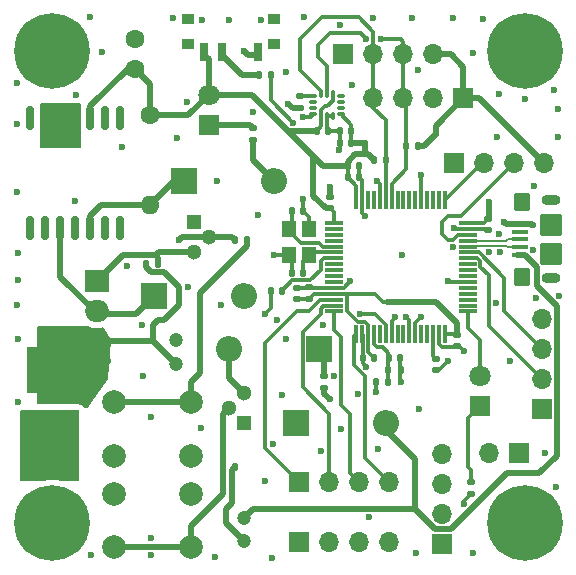
<source format=gbr>
%TF.GenerationSoftware,KiCad,Pcbnew,8.0.7*%
%TF.CreationDate,2025-07-22T17:47:17-04:00*%
%TF.ProjectId,Drone Motherboared,44726f6e-6520-44d6-9f74-686572626f61,rev?*%
%TF.SameCoordinates,Original*%
%TF.FileFunction,Copper,L1,Top*%
%TF.FilePolarity,Positive*%
%FSLAX46Y46*%
G04 Gerber Fmt 4.6, Leading zero omitted, Abs format (unit mm)*
G04 Created by KiCad (PCBNEW 8.0.7) date 2025-07-22 17:47:17*
%MOMM*%
%LPD*%
G01*
G04 APERTURE LIST*
G04 Aperture macros list*
%AMRoundRect*
0 Rectangle with rounded corners*
0 $1 Rounding radius*
0 $2 $3 $4 $5 $6 $7 $8 $9 X,Y pos of 4 corners*
0 Add a 4 corners polygon primitive as box body*
4,1,4,$2,$3,$4,$5,$6,$7,$8,$9,$2,$3,0*
0 Add four circle primitives for the rounded corners*
1,1,$1+$1,$2,$3*
1,1,$1+$1,$4,$5*
1,1,$1+$1,$6,$7*
1,1,$1+$1,$8,$9*
0 Add four rect primitives between the rounded corners*
20,1,$1+$1,$2,$3,$4,$5,0*
20,1,$1+$1,$4,$5,$6,$7,0*
20,1,$1+$1,$6,$7,$8,$9,0*
20,1,$1+$1,$8,$9,$2,$3,0*%
G04 Aperture macros list end*
%TA.AperFunction,SMDPad,CuDef*%
%ADD10R,4.000000X4.000000*%
%TD*%
%TA.AperFunction,SMDPad,CuDef*%
%ADD11R,1.200000X1.400000*%
%TD*%
%TA.AperFunction,SMDPad,CuDef*%
%ADD12RoundRect,0.087500X-0.087500X-0.225000X0.087500X-0.225000X0.087500X0.225000X-0.087500X0.225000X0*%
%TD*%
%TA.AperFunction,SMDPad,CuDef*%
%ADD13RoundRect,0.087500X-0.225000X-0.087500X0.225000X-0.087500X0.225000X0.087500X-0.225000X0.087500X0*%
%TD*%
%TA.AperFunction,SMDPad,CuDef*%
%ADD14RoundRect,0.075000X-0.700000X-0.075000X0.700000X-0.075000X0.700000X0.075000X-0.700000X0.075000X0*%
%TD*%
%TA.AperFunction,SMDPad,CuDef*%
%ADD15RoundRect,0.075000X-0.075000X-0.700000X0.075000X-0.700000X0.075000X0.700000X-0.075000X0.700000X0*%
%TD*%
%TA.AperFunction,SMDPad,CuDef*%
%ADD16RoundRect,0.150000X-0.150000X0.875000X-0.150000X-0.875000X0.150000X-0.875000X0.150000X0.875000X0*%
%TD*%
%TA.AperFunction,SMDPad,CuDef*%
%ADD17R,0.711200X1.498600*%
%TD*%
%TA.AperFunction,SMDPad,CuDef*%
%ADD18R,0.990600X0.812800*%
%TD*%
%TA.AperFunction,ComponentPad*%
%ADD19C,2.000000*%
%TD*%
%TA.AperFunction,SMDPad,CuDef*%
%ADD20RoundRect,0.135000X-0.185000X0.135000X-0.185000X-0.135000X0.185000X-0.135000X0.185000X0.135000X0*%
%TD*%
%TA.AperFunction,SMDPad,CuDef*%
%ADD21RoundRect,0.135000X0.135000X0.185000X-0.135000X0.185000X-0.135000X-0.185000X0.135000X-0.185000X0*%
%TD*%
%TA.AperFunction,SMDPad,CuDef*%
%ADD22RoundRect,0.135000X-0.135000X-0.185000X0.135000X-0.185000X0.135000X0.185000X-0.135000X0.185000X0*%
%TD*%
%TA.AperFunction,SMDPad,CuDef*%
%ADD23RoundRect,0.135000X0.185000X-0.135000X0.185000X0.135000X-0.185000X0.135000X-0.185000X-0.135000X0*%
%TD*%
%TA.AperFunction,ComponentPad*%
%ADD24O,2.000000X1.905000*%
%TD*%
%TA.AperFunction,ComponentPad*%
%ADD25R,2.000000X1.905000*%
%TD*%
%TA.AperFunction,ComponentPad*%
%ADD26C,1.300000*%
%TD*%
%TA.AperFunction,ComponentPad*%
%ADD27R,1.300000X1.300000*%
%TD*%
%TA.AperFunction,ComponentPad*%
%ADD28O,1.600000X1.600000*%
%TD*%
%TA.AperFunction,ComponentPad*%
%ADD29C,1.600000*%
%TD*%
%TA.AperFunction,SMDPad,CuDef*%
%ADD30RoundRect,0.100000X0.575000X-0.100000X0.575000X0.100000X-0.575000X0.100000X-0.575000X-0.100000X0*%
%TD*%
%TA.AperFunction,ComponentPad*%
%ADD31O,1.600000X0.900000*%
%TD*%
%TA.AperFunction,SMDPad,CuDef*%
%ADD32RoundRect,0.250000X0.450000X-0.550000X0.450000X0.550000X-0.450000X0.550000X-0.450000X-0.550000X0*%
%TD*%
%TA.AperFunction,SMDPad,CuDef*%
%ADD33RoundRect,0.250000X0.700000X-0.700000X0.700000X0.700000X-0.700000X0.700000X-0.700000X-0.700000X0*%
%TD*%
%TA.AperFunction,ComponentPad*%
%ADD34O,1.700000X1.700000*%
%TD*%
%TA.AperFunction,ComponentPad*%
%ADD35R,1.700000X1.700000*%
%TD*%
%TA.AperFunction,ComponentPad*%
%ADD36C,6.400000*%
%TD*%
%TA.AperFunction,ComponentPad*%
%ADD37R,1.800000X1.800000*%
%TD*%
%TA.AperFunction,ComponentPad*%
%ADD38C,1.800000*%
%TD*%
%TA.AperFunction,ComponentPad*%
%ADD39O,2.200000X2.200000*%
%TD*%
%TA.AperFunction,ComponentPad*%
%ADD40R,2.200000X2.200000*%
%TD*%
%TA.AperFunction,ComponentPad*%
%ADD41C,1.200000*%
%TD*%
%TA.AperFunction,SMDPad,CuDef*%
%ADD42RoundRect,0.140000X-0.140000X-0.170000X0.140000X-0.170000X0.140000X0.170000X-0.140000X0.170000X0*%
%TD*%
%TA.AperFunction,SMDPad,CuDef*%
%ADD43RoundRect,0.140000X-0.170000X0.140000X-0.170000X-0.140000X0.170000X-0.140000X0.170000X0.140000X0*%
%TD*%
%TA.AperFunction,SMDPad,CuDef*%
%ADD44RoundRect,0.140000X0.140000X0.170000X-0.140000X0.170000X-0.140000X-0.170000X0.140000X-0.170000X0*%
%TD*%
%TA.AperFunction,SMDPad,CuDef*%
%ADD45RoundRect,0.140000X0.170000X-0.140000X0.170000X0.140000X-0.170000X0.140000X-0.170000X-0.140000X0*%
%TD*%
%TA.AperFunction,ViaPad*%
%ADD46C,0.600000*%
%TD*%
%TA.AperFunction,Conductor*%
%ADD47C,0.300000*%
%TD*%
%TA.AperFunction,Conductor*%
%ADD48C,0.500000*%
%TD*%
%TA.AperFunction,Conductor*%
%ADD49C,0.200000*%
%TD*%
G04 APERTURE END LIST*
D10*
%TO.P,TP2,1,1*%
%TO.N,GND*%
X159800000Y-102000000D03*
%TD*%
D11*
%TO.P,Y1,4,4*%
%TO.N,GND*%
X181750000Y-84600000D03*
%TO.P,Y1,3,3*%
%TO.N,/RCC_OSC_OUT*%
X181750000Y-86800000D03*
%TO.P,Y1,2,2*%
%TO.N,GND*%
X180050000Y-86800000D03*
%TO.P,Y1,1,1*%
%TO.N,/RCC_OSC_IN*%
X180050000Y-84600000D03*
%TD*%
D12*
%TO.P,U3,14,AP_SDA/AP_SDIO/APSDI*%
%TO.N,/SDA*%
X182790000Y-73175000D03*
%TO.P,U3,13,AP_SCL/AP_SCLK*%
%TO.N,/SCL*%
X183290000Y-73175000D03*
%TO.P,U3,12,AP_CS*%
%TO.N,+3.3V*%
X183790000Y-73175000D03*
D13*
%TO.P,U3,11*%
%TO.N,N/C*%
X184452500Y-73337500D03*
%TO.P,U3,10*%
X184452500Y-73837500D03*
%TO.P,U3,9,INT2*%
%TO.N,unconnected-(U3-INT2-Pad9)*%
X184452500Y-74337500D03*
%TO.P,U3,8,VDD*%
%TO.N,+3.3V*%
X184452500Y-74837500D03*
D12*
%TO.P,U3,7,FSYNC*%
%TO.N,GND*%
X183790000Y-75000000D03*
%TO.P,U3,6,GND*%
X183290000Y-75000000D03*
%TO.P,U3,5,VDDIO*%
%TO.N,+3.3V*%
X182790000Y-75000000D03*
D13*
%TO.P,U3,4,INT1/INT*%
%TO.N,/IMU_R*%
X182127500Y-74837500D03*
%TO.P,U3,3*%
%TO.N,N/C*%
X182127500Y-74337500D03*
%TO.P,U3,2*%
X182127500Y-73837500D03*
%TO.P,U3,1,AP_SDO/AP_AD0*%
%TO.N,/AD0*%
X182127500Y-73337500D03*
%TD*%
D14*
%TO.P,U2,1,VBAT*%
%TO.N,+3.3V*%
X183825000Y-84050000D03*
%TO.P,U2,2,PC13*%
%TO.N,unconnected-(U2-PC13-Pad2)*%
X183825000Y-84550000D03*
%TO.P,U2,3,PC14*%
%TO.N,unconnected-(U2-PC14-Pad3)*%
X183825000Y-85050000D03*
%TO.P,U2,4,PC15*%
%TO.N,unconnected-(U2-PC15-Pad4)*%
X183825000Y-85550000D03*
%TO.P,U2,5,PH0*%
%TO.N,/RCC_OSC_IN*%
X183825000Y-86050000D03*
%TO.P,U2,6,PH1*%
%TO.N,/RCC_OSC_OUT*%
X183825000Y-86550000D03*
%TO.P,U2,7,NRST*%
%TO.N,/NRST*%
X183825000Y-87050000D03*
%TO.P,U2,8,PC0*%
%TO.N,unconnected-(U2-PC0-Pad8)*%
X183825000Y-87550000D03*
%TO.P,U2,9,PC1*%
%TO.N,unconnected-(U2-PC1-Pad9)*%
X183825000Y-88050000D03*
%TO.P,U2,10,PC2*%
%TO.N,unconnected-(U2-PC2-Pad10)*%
X183825000Y-88550000D03*
%TO.P,U2,11,PC3*%
%TO.N,unconnected-(U2-PC3-Pad11)*%
X183825000Y-89050000D03*
%TO.P,U2,12,VSSA*%
%TO.N,GND*%
X183825000Y-89550000D03*
%TO.P,U2,13,VREF+*%
%TO.N,+3.3V*%
X183825000Y-90050000D03*
%TO.P,U2,14,PA0*%
%TO.N,/PWM_1*%
X183825000Y-90550000D03*
%TO.P,U2,15,PA1*%
%TO.N,/PWM_2*%
X183825000Y-91050000D03*
%TO.P,U2,16,PA2*%
%TO.N,/PWM_3*%
X183825000Y-91550000D03*
D15*
%TO.P,U2,17,PA3*%
%TO.N,/PWM_4*%
X185750000Y-93475000D03*
%TO.P,U2,18,VSS*%
%TO.N,GND*%
X186250000Y-93475000D03*
%TO.P,U2,19,VDD*%
%TO.N,+3.3V*%
X186750000Y-93475000D03*
%TO.P,U2,20,PA4*%
%TO.N,/BATT_IN*%
X187250000Y-93475000D03*
%TO.P,U2,21,PA5*%
%TO.N,unconnected-(U2-PA5-Pad21)*%
X187750000Y-93475000D03*
%TO.P,U2,22,PA6*%
%TO.N,/SIG_1*%
X188250000Y-93475000D03*
%TO.P,U2,23,PA7*%
%TO.N,/SIG_2*%
X188750000Y-93475000D03*
%TO.P,U2,24,PC4*%
%TO.N,unconnected-(U2-PC4-Pad24)*%
X189250000Y-93475000D03*
%TO.P,U2,25,PC5*%
%TO.N,unconnected-(U2-PC5-Pad25)*%
X189750000Y-93475000D03*
%TO.P,U2,26,PB0*%
%TO.N,/SIG_3*%
X190250000Y-93475000D03*
%TO.P,U2,27,PB1*%
%TO.N,/SIG_4*%
X190750000Y-93475000D03*
%TO.P,U2,28,PB2*%
%TO.N,unconnected-(U2-PB2-Pad28)*%
X191250000Y-93475000D03*
%TO.P,U2,29,PB10*%
%TO.N,unconnected-(U2-PB10-Pad29)*%
X191750000Y-93475000D03*
%TO.P,U2,30,VCAP1*%
%TO.N,/VCAP*%
X192250000Y-93475000D03*
%TO.P,U2,31,VSS*%
%TO.N,GND*%
X192750000Y-93475000D03*
%TO.P,U2,32,VDD*%
%TO.N,+3.3V*%
X193250000Y-93475000D03*
D14*
%TO.P,U2,33,PB12*%
%TO.N,/STATUS*%
X195175000Y-91550000D03*
%TO.P,U2,34,PB13*%
%TO.N,unconnected-(U2-PB13-Pad34)*%
X195175000Y-91050000D03*
%TO.P,U2,35,PB14*%
%TO.N,unconnected-(U2-PB14-Pad35)*%
X195175000Y-90550000D03*
%TO.P,U2,36,PB15*%
%TO.N,unconnected-(U2-PB15-Pad36)*%
X195175000Y-90050000D03*
%TO.P,U2,37,PC6*%
%TO.N,unconnected-(U2-PC6-Pad37)*%
X195175000Y-89550000D03*
%TO.P,U2,38,PC7*%
%TO.N,/BATT_CTRL*%
X195175000Y-89050000D03*
%TO.P,U2,39,PC8*%
%TO.N,unconnected-(U2-PC8-Pad39)*%
X195175000Y-88550000D03*
%TO.P,U2,40,PC9*%
%TO.N,unconnected-(U2-PC9-Pad40)*%
X195175000Y-88050000D03*
%TO.P,U2,41,PA8*%
%TO.N,unconnected-(U2-PA8-Pad41)*%
X195175000Y-87550000D03*
%TO.P,U2,42,PA9*%
%TO.N,/UART_RX*%
X195175000Y-87050000D03*
%TO.P,U2,43,PA10*%
%TO.N,/UART_TX*%
X195175000Y-86550000D03*
%TO.P,U2,44,PA11*%
%TO.N,/USB_D-*%
X195175000Y-86050000D03*
%TO.P,U2,45,PA12*%
%TO.N,/USB_D+*%
X195175000Y-85550000D03*
%TO.P,U2,46,PA13*%
%TO.N,/SWDIO*%
X195175000Y-85050000D03*
%TO.P,U2,47,VSS*%
%TO.N,GND*%
X195175000Y-84550000D03*
%TO.P,U2,48,VDD*%
%TO.N,+3.3V*%
X195175000Y-84050000D03*
D15*
%TO.P,U2,49,PA14*%
%TO.N,/SWCLK*%
X193250000Y-82125000D03*
%TO.P,U2,50,PA15*%
%TO.N,unconnected-(U2-PA15-Pad50)*%
X192750000Y-82125000D03*
%TO.P,U2,51,PC10*%
%TO.N,unconnected-(U2-PC10-Pad51)*%
X192250000Y-82125000D03*
%TO.P,U2,52,PC11*%
%TO.N,unconnected-(U2-PC11-Pad52)*%
X191750000Y-82125000D03*
%TO.P,U2,53,PC12*%
%TO.N,/IMU_R*%
X191250000Y-82125000D03*
%TO.P,U2,54,PD2*%
%TO.N,unconnected-(U2-PD2-Pad54)*%
X190750000Y-82125000D03*
%TO.P,U2,55,PB3*%
%TO.N,unconnected-(U2-PB3-Pad55)*%
X190250000Y-82125000D03*
%TO.P,U2,56,PB4*%
%TO.N,unconnected-(U2-PB4-Pad56)*%
X189750000Y-82125000D03*
%TO.P,U2,57,PB5*%
%TO.N,unconnected-(U2-PB5-Pad57)*%
X189250000Y-82125000D03*
%TO.P,U2,58,PB6*%
%TO.N,/SCL*%
X188750000Y-82125000D03*
%TO.P,U2,59,PB7*%
%TO.N,/SDA*%
X188250000Y-82125000D03*
%TO.P,U2,60,BOOT0*%
%TO.N,/BOOT0*%
X187750000Y-82125000D03*
%TO.P,U2,61,PB8*%
%TO.N,unconnected-(U2-PB8-Pad61)*%
X187250000Y-82125000D03*
%TO.P,U2,62,PB9*%
%TO.N,unconnected-(U2-PB9-Pad62)*%
X186750000Y-82125000D03*
%TO.P,U2,63,VSS*%
%TO.N,GND*%
X186250000Y-82125000D03*
%TO.P,U2,64,VDD*%
%TO.N,+3.3V*%
X185750000Y-82125000D03*
%TD*%
D16*
%TO.P,U1,14*%
%TO.N,N/C*%
X165770000Y-84500000D03*
%TO.P,U1,13*%
X164500000Y-84500000D03*
%TO.P,U1,12,OUT*%
%TO.N,/BUCK_RAW_OUT*%
X163230000Y-84500000D03*
%TO.P,U1,11*%
%TO.N,N/C*%
X161960000Y-84500000D03*
%TO.P,U1,10,VIN*%
%TO.N,/VIN*%
X160690000Y-84500000D03*
%TO.P,U1,9*%
%TO.N,N/C*%
X159420000Y-84500000D03*
%TO.P,U1,8*%
X158150000Y-84500000D03*
%TO.P,U1,7*%
X158150000Y-75200000D03*
%TO.P,U1,6,PGND*%
%TO.N,GND*%
X159420000Y-75200000D03*
%TO.P,U1,5,~{ON}/OFF*%
X160690000Y-75200000D03*
%TO.P,U1,4,SGND*%
X161960000Y-75200000D03*
%TO.P,U1,3,FB*%
%TO.N,+3.3V*%
X163230000Y-75200000D03*
%TO.P,U1,2*%
%TO.N,N/C*%
X164500000Y-75200000D03*
%TO.P,U1,1*%
X165770000Y-75200000D03*
%TD*%
D10*
%TO.P,TP1,1,1*%
%TO.N,-BATT*%
X159800000Y-96500000D03*
%TD*%
D17*
%TO.P,SW3,1,A*%
%TO.N,GND*%
X177399983Y-69599999D03*
%TO.P,SW3,2,B*%
%TO.N,/SW_BOOT0*%
X174399980Y-69599999D03*
%TO.P,SW3,3,C*%
%TO.N,+3.3V*%
X172899980Y-69599999D03*
D18*
%TO.P,SW3,4*%
%TO.N,N/C*%
X178799980Y-68899998D03*
%TO.P,SW3,5*%
X171499980Y-68899998D03*
%TO.P,SW3,6*%
X178799960Y-66800000D03*
%TO.P,SW3,7*%
X171500000Y-66800000D03*
%TD*%
D19*
%TO.P,SW2,2,2*%
%TO.N,/ON_BTN*%
X165250000Y-99250000D03*
X171750000Y-99250000D03*
%TO.P,SW2,1,1*%
%TO.N,-BATT*%
X165250000Y-103750000D03*
X171750000Y-103750000D03*
%TD*%
%TO.P,SW1,2,2*%
%TO.N,/PNP_B*%
X171750000Y-111500000D03*
X165250000Y-111500000D03*
%TO.P,SW1,1,1*%
%TO.N,-BATT*%
X171750000Y-107000000D03*
X165250000Y-107000000D03*
%TD*%
D20*
%TO.P,R13,2*%
%TO.N,GND*%
X195500000Y-107000000D03*
%TO.P,R13,1*%
%TO.N,/STATUS_OUT*%
X195500000Y-105980000D03*
%TD*%
D21*
%TO.P,R11,2*%
%TO.N,+3.3V*%
X187230000Y-78750000D03*
%TO.P,R11,1*%
%TO.N,/SDA*%
X188250000Y-78750000D03*
%TD*%
D22*
%TO.P,R9,2*%
%TO.N,+3.3V*%
X191000000Y-77500000D03*
%TO.P,R9,1*%
%TO.N,/SCL*%
X189980000Y-77500000D03*
%TD*%
D23*
%TO.P,R10,2*%
%TO.N,/AD0*%
X180952500Y-73337500D03*
%TO.P,R10,1*%
%TO.N,GND*%
X180952500Y-74357500D03*
%TD*%
D22*
%TO.P,R8,2*%
%TO.N,/BOOT0*%
X178500000Y-71500000D03*
%TO.P,R8,1*%
%TO.N,/SW_BOOT0*%
X177480000Y-71500000D03*
%TD*%
D21*
%TO.P,R7,2*%
%TO.N,/BATT_IN*%
X188480000Y-96500000D03*
%TO.P,R7,1*%
%TO.N,GND*%
X189500000Y-96500000D03*
%TD*%
D22*
%TO.P,R6,1*%
%TO.N,-BATT*%
X187460000Y-97500000D03*
%TO.P,R6,2*%
%TO.N,/BATT_IN*%
X188480000Y-97500000D03*
%TD*%
D20*
%TO.P,R5,2*%
%TO.N,GND*%
X177000000Y-77020000D03*
%TO.P,R5,1*%
%TO.N,/P_LED_OUT*%
X177000000Y-76000000D03*
%TD*%
D22*
%TO.P,R4,2*%
%TO.N,/PMOS_G*%
X169000000Y-87500000D03*
%TO.P,R4,1*%
%TO.N,-BATT*%
X167980000Y-87500000D03*
%TD*%
D20*
%TO.P,R3,2*%
%TO.N,/NPN_B*%
X183000000Y-98000000D03*
%TO.P,R3,1*%
%TO.N,/BATT_CNTRL_FORWARD*%
X183000000Y-96980000D03*
%TD*%
D21*
%TO.P,R2,2*%
%TO.N,/NPN_B*%
X175480000Y-85500000D03*
%TO.P,R2,1*%
%TO.N,/ON_BTN*%
X176500000Y-85500000D03*
%TD*%
%TO.P,R1,2*%
%TO.N,/PNP_B*%
X174480000Y-104750000D03*
%TO.P,R1,1*%
%TO.N,GND*%
X175500000Y-104750000D03*
%TD*%
D24*
%TO.P,Q3,3,S*%
%TO.N,-BATT*%
X163805000Y-94040000D03*
%TO.P,Q3,2,D*%
%TO.N,/VIN*%
X163805000Y-91500000D03*
D25*
%TO.P,Q3,1,G*%
%TO.N,/PMOS_G*%
X163805000Y-88960000D03*
%TD*%
D26*
%TO.P,Q2,3,C*%
%TO.N,/PMOS_G*%
X171980000Y-86520000D03*
%TO.P,Q2,2,B*%
%TO.N,/NPN_B*%
X173250000Y-85250000D03*
D27*
%TO.P,Q2,1,E*%
%TO.N,GND*%
X171980000Y-83980000D03*
%TD*%
%TO.P,Q1,1,E*%
%TO.N,/BATT_CTRL*%
X176250000Y-101000000D03*
D26*
%TO.P,Q1,2,B*%
%TO.N,/PNP_B*%
X174980000Y-99730000D03*
%TO.P,Q1,3,C*%
%TO.N,/PNP_C*%
X176250000Y-98460000D03*
%TD*%
D28*
%TO.P,L1,2,2*%
%TO.N,/BUCK_RAW_OUT*%
X168250000Y-82560000D03*
D29*
%TO.P,L1,1,1*%
%TO.N,+3.3V*%
X168250000Y-74940000D03*
%TD*%
D30*
%TO.P,J9,1,VBUS*%
%TO.N,VBUS*%
X199575000Y-86750000D03*
%TO.P,J9,2,D-*%
%TO.N,/USB_D-*%
X199575000Y-86100000D03*
%TO.P,J9,3,D+*%
%TO.N,/USB_D+*%
X199575000Y-85450000D03*
%TO.P,J9,4,ID*%
%TO.N,unconnected-(J9-ID-Pad4)*%
X199575000Y-84800000D03*
%TO.P,J9,5,GND*%
%TO.N,GND*%
X199575000Y-84150000D03*
D31*
%TO.P,J9,6,Shield*%
%TO.N,unconnected-(J9-Shield-Pad6)_1*%
X202250000Y-88750000D03*
D32*
%TO.N,unconnected-(J9-Shield-Pad6)*%
X199800000Y-88650000D03*
D33*
%TO.N,unconnected-(J9-Shield-Pad6)_3*%
X202250000Y-86650000D03*
%TO.N,unconnected-(J9-Shield-Pad6)_5*%
X202250000Y-84250000D03*
D32*
%TO.N,unconnected-(J9-Shield-Pad6)_2*%
X199800000Y-82250000D03*
D31*
%TO.N,unconnected-(J9-Shield-Pad6)_4*%
X202250000Y-82150000D03*
%TD*%
D34*
%TO.P,J8,4,Pin_4*%
%TO.N,/SDA*%
X187210000Y-73500000D03*
%TO.P,J8,3,Pin_3*%
%TO.N,/SCL*%
X189750000Y-73500000D03*
%TO.P,J8,2,Pin_2*%
%TO.N,GND*%
X192290000Y-73500000D03*
D35*
%TO.P,J8,1,Pin_1*%
%TO.N,+3.3V*%
X194830000Y-73500000D03*
%TD*%
D34*
%TO.P,J3,4,Pin_4*%
%TO.N,+3.3V*%
X192290000Y-69750000D03*
%TO.P,J3,3,Pin_3*%
%TO.N,/SCL*%
X189750000Y-69750000D03*
%TO.P,J3,2,Pin_2*%
%TO.N,/SDA*%
X187210000Y-69750000D03*
D35*
%TO.P,J3,1,Pin_1*%
%TO.N,GND*%
X184670000Y-69750000D03*
%TD*%
D34*
%TO.P,J2,4,Pin_4*%
%TO.N,+3.3V*%
X201620000Y-79000000D03*
%TO.P,J2,3,Pin_3*%
%TO.N,/SWDIO*%
X199080000Y-79000000D03*
%TO.P,J2,2,Pin_2*%
%TO.N,/SWCLK*%
X196540000Y-79000000D03*
D35*
%TO.P,J2,1,Pin_1*%
%TO.N,GND*%
X194000000Y-79000000D03*
%TD*%
D34*
%TO.P,J7,4,Pin_4*%
%TO.N,/SIG_4*%
X193000000Y-103630000D03*
%TO.P,J7,3,Pin_3*%
%TO.N,/SIG_3*%
X193000000Y-106170000D03*
%TO.P,J7,2,Pin_2*%
%TO.N,/SIG_2*%
X193000000Y-108710000D03*
D35*
%TO.P,J7,1,Pin_1*%
%TO.N,/SIG_1*%
X193000000Y-111250000D03*
%TD*%
%TO.P,J1,1,Pin_1*%
%TO.N,GND*%
X201500000Y-99830000D03*
D34*
%TO.P,J1,2,Pin_2*%
%TO.N,/UART_RX*%
X201500000Y-97290000D03*
%TO.P,J1,3,Pin_3*%
%TO.N,/UART_TX*%
X201500000Y-94750000D03*
%TO.P,J1,4,Pin_4*%
%TO.N,+3.3V*%
X201500000Y-92210000D03*
%TD*%
%TO.P,J6,2,Pin_2*%
%TO.N,GND*%
X196960000Y-103500000D03*
D35*
%TO.P,J6,1,Pin_1*%
%TO.N,+3.3V*%
X199500000Y-103500000D03*
%TD*%
D34*
%TO.P,J5,4,Pin_4*%
%TO.N,GND*%
X188540000Y-111080000D03*
%TO.P,J5,3,Pin_3*%
X186000000Y-111080000D03*
%TO.P,J5,2,Pin_2*%
X183460000Y-111080000D03*
D35*
%TO.P,J5,1,Pin_1*%
X180920000Y-111080000D03*
%TD*%
%TO.P,J4,1,Pin_1*%
%TO.N,/PWM_1*%
X180920000Y-106000000D03*
D34*
%TO.P,J4,2,Pin_2*%
%TO.N,/PWM_2*%
X183460000Y-106000000D03*
%TO.P,J4,3,Pin_3*%
%TO.N,/PWM_3*%
X186000000Y-106000000D03*
%TO.P,J4,4,Pin_4*%
%TO.N,/PWM_4*%
X188540000Y-106000000D03*
%TD*%
D36*
%TO.P,H4,1*%
%TO.N,N/C*%
X200000000Y-109500000D03*
%TD*%
%TO.P,H3,1*%
%TO.N,N/C*%
X200000000Y-69500000D03*
%TD*%
%TO.P,H2,1*%
%TO.N,N/C*%
X160000000Y-109500000D03*
%TD*%
%TO.P,H1,1*%
%TO.N,N/C*%
X160000000Y-69500000D03*
%TD*%
D37*
%TO.P,D6,1,K*%
%TO.N,/STATUS_OUT*%
X196250000Y-99540000D03*
D38*
%TO.P,D6,2,A*%
%TO.N,/STATUS*%
X196250000Y-97000000D03*
%TD*%
D39*
%TO.P,D5,2,A*%
%TO.N,VBUS*%
X176250000Y-90250000D03*
D40*
%TO.P,D5,1,K*%
%TO.N,/VIN*%
X168630000Y-90250000D03*
%TD*%
D38*
%TO.P,D4,2,A*%
%TO.N,+3.3V*%
X173250000Y-73210000D03*
D37*
%TO.P,D4,1,K*%
%TO.N,/P_LED_OUT*%
X173250000Y-75750000D03*
%TD*%
D39*
%TO.P,D3,2,A*%
%TO.N,GND*%
X178750000Y-80500000D03*
D40*
%TO.P,D3,1,K*%
%TO.N,/BUCK_RAW_OUT*%
X171130000Y-80500000D03*
%TD*%
D39*
%TO.P,D2,2,A*%
%TO.N,/PNP_C*%
X175000000Y-94750000D03*
D40*
%TO.P,D2,1,K*%
%TO.N,/BATT_CNTRL_FORWARD*%
X182620000Y-94750000D03*
%TD*%
D39*
%TO.P,D1,2,A*%
%TO.N,VBUS*%
X188310000Y-101000000D03*
D40*
%TO.P,D1,1,K*%
%TO.N,/PNP_B*%
X180690000Y-101000000D03*
%TD*%
D41*
%TO.P,C3,2*%
%TO.N,GND*%
X176250000Y-111000000D03*
%TO.P,C3,1*%
%TO.N,VBUS*%
X176250000Y-109000000D03*
%TD*%
%TO.P,C7,2*%
%TO.N,GND*%
X170500000Y-94000000D03*
%TO.P,C7,1*%
%TO.N,-BATT*%
X170500000Y-96000000D03*
%TD*%
D42*
%TO.P,C18,2*%
%TO.N,GND*%
X185980000Y-79200000D03*
%TO.P,C18,1*%
%TO.N,+3.3V*%
X185020000Y-79200000D03*
%TD*%
D43*
%TO.P,C17,2*%
%TO.N,GND*%
X194250000Y-94500000D03*
%TO.P,C17,1*%
%TO.N,+3.3V*%
X194250000Y-93540000D03*
%TD*%
D44*
%TO.P,C20,2*%
%TO.N,GND*%
X184377500Y-77250000D03*
%TO.P,C20,1*%
%TO.N,+3.3V*%
X185337500Y-77250000D03*
%TD*%
%TO.P,C19,2*%
%TO.N,GND*%
X184377500Y-76250000D03*
%TO.P,C19,1*%
%TO.N,+3.3V*%
X185337500Y-76250000D03*
%TD*%
D42*
%TO.P,C16,2*%
%TO.N,GND*%
X186000000Y-80200000D03*
%TO.P,C16,1*%
%TO.N,+3.3V*%
X185040000Y-80200000D03*
%TD*%
D44*
%TO.P,C15,2*%
%TO.N,GND*%
X186290000Y-95500000D03*
%TO.P,C15,1*%
%TO.N,+3.3V*%
X187250000Y-95500000D03*
%TD*%
D43*
%TO.P,C13,1*%
%TO.N,+3.3V*%
X196925000Y-83700000D03*
%TO.P,C13,2*%
%TO.N,GND*%
X196925000Y-84660000D03*
%TD*%
D45*
%TO.P,C12,1*%
%TO.N,+3.3V*%
X183500000Y-82800000D03*
%TO.P,C12,2*%
%TO.N,GND*%
X183500000Y-81840000D03*
%TD*%
D42*
%TO.P,C14,2*%
%TO.N,GND*%
X183377500Y-76250000D03*
%TO.P,C14,1*%
%TO.N,+3.3V*%
X182417500Y-76250000D03*
%TD*%
D43*
%TO.P,C11,2*%
%TO.N,GND*%
X192500000Y-96500000D03*
%TO.P,C11,1*%
%TO.N,/VCAP*%
X192500000Y-95540000D03*
%TD*%
D44*
%TO.P,C10,2*%
%TO.N,GND*%
X180290000Y-88300000D03*
%TO.P,C10,1*%
%TO.N,/RCC_OSC_OUT*%
X181250000Y-88300000D03*
%TD*%
D42*
%TO.P,C9,2*%
%TO.N,GND*%
X181230000Y-83050000D03*
%TO.P,C9,1*%
%TO.N,/RCC_OSC_IN*%
X180270000Y-83050000D03*
%TD*%
D45*
%TO.P,C8,2*%
%TO.N,GND*%
X181750000Y-89500000D03*
%TO.P,C8,1*%
%TO.N,+3.3V*%
X181750000Y-90460000D03*
%TD*%
%TO.P,C6,1*%
%TO.N,+3.3V*%
X180750000Y-90480000D03*
%TO.P,C6,2*%
%TO.N,GND*%
X180750000Y-89520000D03*
%TD*%
D44*
%TO.P,C5,1*%
%TO.N,/NRST*%
X179460000Y-89800000D03*
%TO.P,C5,2*%
%TO.N,GND*%
X178500000Y-89800000D03*
%TD*%
D42*
%TO.P,C4,2*%
%TO.N,GND*%
X189460000Y-95500000D03*
%TO.P,C4,1*%
%TO.N,/BATT_IN*%
X188500000Y-95500000D03*
%TD*%
D29*
%TO.P,C2,2*%
%TO.N,GND*%
X167000000Y-68500000D03*
%TO.P,C2,1*%
%TO.N,+3.3V*%
X167000000Y-71000000D03*
%TD*%
D46*
%TO.N,GND*%
X184300000Y-77900000D03*
X186800000Y-108950000D03*
X166300000Y-87700000D03*
X170600000Y-76900000D03*
X165900000Y-77600000D03*
X171400000Y-73800000D03*
X185400000Y-72400000D03*
X191000000Y-71100000D03*
X179500000Y-98600000D03*
X179800000Y-71300000D03*
X157050000Y-81400000D03*
X177000000Y-74700000D03*
X177400000Y-83400000D03*
X174300000Y-91000000D03*
X167600000Y-92700000D03*
X168400000Y-100500000D03*
X202900000Y-90200000D03*
X201000000Y-90400000D03*
X197600000Y-90800000D03*
X183900000Y-97000000D03*
X187600000Y-103200000D03*
X185900000Y-98500000D03*
X182800000Y-103400000D03*
X182900000Y-92700000D03*
X179800000Y-93900000D03*
X179000000Y-92300000D03*
X178700000Y-102800000D03*
X201700000Y-103500000D03*
X202700000Y-106400000D03*
X168400000Y-112200000D03*
X200800000Y-80900000D03*
X202800000Y-76800000D03*
X202800000Y-74400000D03*
X202500000Y-72800000D03*
X200000000Y-73600000D03*
X197800000Y-73100000D03*
X195600000Y-69700000D03*
X196500000Y-66800000D03*
X193900000Y-66700000D03*
X190500000Y-66700000D03*
X187200000Y-66700000D03*
X184400000Y-67300000D03*
X181300000Y-66600000D03*
X177700000Y-66900000D03*
X172700000Y-66900000D03*
X175000000Y-66900000D03*
X170200000Y-66700000D03*
X163200000Y-66600000D03*
X164200000Y-69600000D03*
X162000000Y-73200000D03*
X157050000Y-72200000D03*
X157050000Y-75700000D03*
X157100000Y-86600000D03*
X157100000Y-88900000D03*
X157050000Y-91000000D03*
X157100000Y-93900000D03*
X157100000Y-99200000D03*
X168400000Y-110700000D03*
X163300000Y-112200000D03*
X195600000Y-112000000D03*
X190800000Y-112000000D03*
X178600000Y-112400000D03*
X173800000Y-112300000D03*
X167700000Y-97000000D03*
X172600000Y-101400000D03*
X193950001Y-86106986D03*
X200686463Y-86322230D03*
X161900000Y-82200000D03*
X197700000Y-76800000D03*
X189600000Y-86750000D03*
X174000000Y-80500000D03*
X171500000Y-89500000D03*
X178000000Y-105900000D03*
X184500000Y-101500000D03*
X191100000Y-99800000D03*
X198800000Y-95700000D03*
X197800000Y-85000000D03*
X197900000Y-86550000D03*
X196967334Y-86550000D03*
X186558390Y-96209863D03*
X176250000Y-69500000D03*
X161650000Y-76950000D03*
X160600000Y-76950000D03*
X159500000Y-76950000D03*
X161200000Y-104450002D03*
X159600000Y-105400000D03*
X157800000Y-105500000D03*
X158700000Y-104700000D03*
X178000000Y-91750000D03*
X185250000Y-89000000D03*
X194880025Y-107880025D03*
X193500000Y-95750000D03*
X194850000Y-94900000D03*
%TO.N,-BATT*%
X164250000Y-97000000D03*
X163000000Y-97750000D03*
X164750000Y-95750000D03*
X163250000Y-96250000D03*
%TO.N,/IMU_R*%
X181255289Y-75065531D03*
X191250000Y-80000000D03*
%TO.N,+3.3V*%
X197000000Y-82250000D03*
%TO.N,GND*%
X183500000Y-81000000D03*
%TO.N,/NPN_B*%
X170750000Y-85500000D03*
X183500000Y-99000000D03*
%TO.N,-BATT*%
X187460000Y-98359997D03*
%TO.N,+3.3V*%
X188500000Y-90750000D03*
%TO.N,GND*%
X186500000Y-83500000D03*
%TO.N,+3.3V*%
X192500000Y-76500000D03*
X186500000Y-77250000D03*
%TO.N,/BOOT0*%
X180369975Y-75550000D03*
X187500000Y-80500000D03*
%TO.N,/BATT_CTRL*%
X193500000Y-89000000D03*
%TO.N,GND*%
X198250000Y-84000000D03*
X200675000Y-84250000D03*
X180000000Y-74000000D03*
X178750000Y-86750000D03*
X181250000Y-82000000D03*
%TO.N,/SIG_4*%
X191250000Y-92000000D03*
%TO.N,/SIG_3*%
X190000000Y-92000000D03*
%TO.N,/SIG_2*%
X189000003Y-92000000D03*
%TO.N,/SIG_1*%
X186074265Y-91725735D03*
%TO.N,GND*%
X189500000Y-97500000D03*
%TO.N,/SCL*%
X186610000Y-68498144D03*
X187810000Y-68500000D03*
%TO.N,GND*%
X194000000Y-84500000D03*
%TD*%
D47*
%TO.N,GND*%
X184377500Y-77822500D02*
X184377500Y-77250000D01*
X184300000Y-77900000D02*
X184377500Y-77822500D01*
%TO.N,+3.3V*%
X183790000Y-73697256D02*
X183790000Y-73175000D01*
X183300000Y-74187256D02*
X183790000Y-73697256D01*
X183103604Y-74187256D02*
X183300000Y-74187256D01*
X182790000Y-74500860D02*
X183103604Y-74187256D01*
X182790000Y-75000000D02*
X182790000Y-74500860D01*
%TO.N,GND*%
X183790000Y-75000000D02*
X183290000Y-75000000D01*
D48*
%TO.N,/VIN*%
X163592500Y-91500000D02*
X163805000Y-91500000D01*
X160690000Y-88597500D02*
X163592500Y-91500000D01*
X160690000Y-84500000D02*
X160690000Y-88597500D01*
D47*
%TO.N,GND*%
X194450000Y-94500000D02*
X194850000Y-94900000D01*
X194250000Y-94500000D02*
X194450000Y-94500000D01*
X194880025Y-107619975D02*
X194880025Y-107880025D01*
X195500000Y-107000000D02*
X194880025Y-107619975D01*
%TO.N,-BATT*%
X187460000Y-98359997D02*
X187460000Y-97500000D01*
%TO.N,GND*%
X186290000Y-95941473D02*
X186558390Y-96209863D01*
X186290000Y-95500000D02*
X186290000Y-95941473D01*
D48*
X176549999Y-69799999D02*
X176250000Y-69500000D01*
X177399983Y-69799999D02*
X176549999Y-69799999D01*
D47*
%TO.N,/BOOT0*%
X178500000Y-73680026D02*
X178659987Y-73840013D01*
X178500000Y-71500000D02*
X178500000Y-73680026D01*
X178659987Y-73840013D02*
X178500000Y-73680025D01*
X180369975Y-75550000D02*
X178659987Y-73840013D01*
D48*
%TO.N,/SW_BOOT0*%
X176099981Y-71500000D02*
X174399980Y-69799999D01*
X177480000Y-71500000D02*
X176099981Y-71500000D01*
%TO.N,+3.3V*%
X173250000Y-70150019D02*
X172899980Y-69799999D01*
X173250000Y-73210000D02*
X173250000Y-70150019D01*
%TO.N,GND*%
X161200000Y-104400000D02*
X161200000Y-104450002D01*
%TO.N,VBUS*%
X200023834Y-86750000D02*
X199575000Y-86750000D01*
X201050000Y-87776166D02*
X200023834Y-86750000D01*
X202750000Y-91050000D02*
X201050000Y-89350000D01*
X202750000Y-103750000D02*
X202750000Y-91050000D01*
X201250000Y-105250000D02*
X202750000Y-103750000D01*
X201050000Y-89350000D02*
X201050000Y-87776166D01*
X198500000Y-105250000D02*
X201250000Y-105250000D01*
X193790000Y-109960000D02*
X198500000Y-105250000D01*
X190750000Y-108250000D02*
X192460000Y-109960000D01*
X192460000Y-109960000D02*
X193790000Y-109960000D01*
D49*
%TO.N,/USB_D+*%
X198562499Y-85450000D02*
X199575000Y-85450000D01*
X198462499Y-85550000D02*
X198562499Y-85450000D01*
X195175000Y-85550000D02*
X198462499Y-85550000D01*
%TO.N,/USB_D-*%
X198562499Y-86100000D02*
X199575000Y-86100000D01*
X198462499Y-86000000D02*
X198562499Y-86100000D01*
X195225000Y-86000000D02*
X198462499Y-86000000D01*
D47*
%TO.N,GND*%
X178500000Y-91250000D02*
X178000000Y-91750000D01*
X178500000Y-89800000D02*
X178500000Y-91250000D01*
X184700000Y-89550000D02*
X185250000Y-89000000D01*
X183825000Y-89550000D02*
X184700000Y-89550000D01*
X192750000Y-96500000D02*
X193500000Y-95750000D01*
X192500000Y-96500000D02*
X192750000Y-96500000D01*
%TO.N,/STATUS*%
X196250000Y-94000000D02*
X196250000Y-97000000D01*
X195175000Y-92925000D02*
X196250000Y-94000000D01*
X195175000Y-91550000D02*
X195175000Y-92925000D01*
%TO.N,/IMU_R*%
X181899469Y-75065531D02*
X182127500Y-74837500D01*
X181255289Y-75065531D02*
X181899469Y-75065531D01*
X191250000Y-82125000D02*
X191250000Y-80000000D01*
D48*
%TO.N,+3.3V*%
X197000000Y-83625000D02*
X196925000Y-83700000D01*
X197000000Y-82250000D02*
X197000000Y-83625000D01*
%TO.N,GND*%
X183500000Y-81840000D02*
X183500000Y-81000000D01*
%TO.N,/NPN_B*%
X171000000Y-85250000D02*
X173250000Y-85250000D01*
X170750000Y-85500000D02*
X171000000Y-85250000D01*
X183000000Y-98500000D02*
X183500000Y-99000000D01*
X183000000Y-98000000D02*
X183000000Y-98500000D01*
%TO.N,/BATT_CNTRL_FORWARD*%
X183000000Y-95130000D02*
X182620000Y-94750000D01*
X183000000Y-96980000D02*
X183000000Y-95130000D01*
%TO.N,/PMOS_G*%
X169040000Y-86520000D02*
X171980000Y-86520000D01*
X168250000Y-86780000D02*
X168780000Y-86780000D01*
X168780000Y-86780000D02*
X169040000Y-86520000D01*
X165985000Y-86780000D02*
X168250000Y-86780000D01*
X169000000Y-87000000D02*
X169000000Y-87500000D01*
X168780000Y-86780000D02*
X169000000Y-87000000D01*
X163805000Y-88960000D02*
X165985000Y-86780000D01*
D47*
%TO.N,/SIG_1*%
X188250000Y-92667590D02*
X188250000Y-93475000D01*
X187308145Y-91725735D02*
X188250000Y-92667590D01*
X186074265Y-91725735D02*
X187308145Y-91725735D01*
%TO.N,+3.3V*%
X185900000Y-92400000D02*
X185000000Y-91500000D01*
X185000000Y-90050000D02*
X183825000Y-90050000D01*
X187300000Y-90050000D02*
X185000000Y-90050000D01*
X185000000Y-91500000D02*
X185000000Y-90050000D01*
X188000000Y-90750000D02*
X187300000Y-90050000D01*
X188500000Y-90750000D02*
X188000000Y-90750000D01*
X186482410Y-92400000D02*
X185900000Y-92400000D01*
X186750000Y-92667590D02*
X186482410Y-92400000D01*
X186750000Y-93475000D02*
X186750000Y-92667590D01*
D48*
%TO.N,/ON_BTN*%
X165250000Y-99250000D02*
X171750000Y-99250000D01*
X172500000Y-90000000D02*
X176500000Y-86000000D01*
X172500000Y-96750000D02*
X172500000Y-90000000D01*
X176500000Y-86000000D02*
X176500000Y-85500000D01*
X171750000Y-97500000D02*
X172500000Y-96750000D01*
X171750000Y-99250000D02*
X171750000Y-97500000D01*
%TO.N,/NPN_B*%
X175230000Y-85250000D02*
X175480000Y-85500000D01*
X173250000Y-85250000D02*
X175230000Y-85250000D01*
%TO.N,+3.3V*%
X194250000Y-92500000D02*
X194250000Y-93540000D01*
X192500000Y-90750000D02*
X194250000Y-92500000D01*
X188500000Y-90750000D02*
X192500000Y-90750000D01*
D47*
%TO.N,GND*%
X186250000Y-83250000D02*
X186500000Y-83500000D01*
X186250000Y-82125000D02*
X186250000Y-83250000D01*
D48*
%TO.N,+3.3V*%
X196120000Y-73500000D02*
X201620000Y-79000000D01*
X194830000Y-73500000D02*
X196120000Y-73500000D01*
X194830000Y-70830000D02*
X194830000Y-73500000D01*
X193750000Y-69750000D02*
X194830000Y-70830000D01*
X192290000Y-69750000D02*
X193750000Y-69750000D01*
X186500000Y-78250000D02*
X186730000Y-78250000D01*
X185660001Y-78250000D02*
X186500000Y-78250000D01*
X186500000Y-78250000D02*
X186500000Y-77250000D01*
X191500000Y-77500000D02*
X192500000Y-76500000D01*
X191000000Y-77500000D02*
X191500000Y-77500000D01*
X192500000Y-76500000D02*
X192500000Y-75830000D01*
X192500000Y-75830000D02*
X194830000Y-73500000D01*
X185337500Y-77250000D02*
X186500000Y-77250000D01*
D47*
%TO.N,/BOOT0*%
X187750000Y-80750000D02*
X187500000Y-80500000D01*
X187750000Y-82125000D02*
X187750000Y-80750000D01*
%TO.N,/BATT_CTRL*%
X193550000Y-89050000D02*
X193500000Y-89000000D01*
X195175000Y-89050000D02*
X193550000Y-89050000D01*
D48*
%TO.N,GND*%
X198400000Y-84150000D02*
X199400000Y-84150000D01*
X198250000Y-84000000D02*
X198400000Y-84150000D01*
X200575000Y-84150000D02*
X199400000Y-84150000D01*
X200675000Y-84250000D02*
X200575000Y-84150000D01*
%TO.N,+3.3V*%
X186730000Y-78250000D02*
X187230000Y-78750000D01*
X185020000Y-78890001D02*
X185660001Y-78250000D01*
X185020000Y-79200000D02*
X185020000Y-78890001D01*
%TO.N,/P_LED_OUT*%
X176750000Y-75750000D02*
X177000000Y-76000000D01*
X173250000Y-75750000D02*
X176750000Y-75750000D01*
%TO.N,GND*%
X177000000Y-78750000D02*
X178750000Y-80500000D01*
X177000000Y-77020000D02*
X177000000Y-78750000D01*
%TO.N,+3.3V*%
X182125000Y-81734999D02*
X182125000Y-78375000D01*
X183190001Y-82800000D02*
X182125000Y-81734999D01*
X183500000Y-82800000D02*
X183190001Y-82800000D01*
X182125000Y-78375000D02*
X182950000Y-79200000D01*
X180000000Y-76250000D02*
X182125000Y-78375000D01*
X182950000Y-79200000D02*
X185020000Y-79200000D01*
%TO.N,GND*%
X180357500Y-74357500D02*
X180000000Y-74000000D01*
X180952500Y-74357500D02*
X180357500Y-74357500D01*
%TO.N,+3.3V*%
X176960000Y-73210000D02*
X173250000Y-73210000D01*
X180000000Y-76250000D02*
X176960000Y-73210000D01*
X182417500Y-76250000D02*
X180000000Y-76250000D01*
X173000000Y-72960000D02*
X173250000Y-73210000D01*
X171520000Y-74940000D02*
X173250000Y-73210000D01*
X168250000Y-74940000D02*
X171520000Y-74940000D01*
%TO.N,/BUCK_RAW_OUT*%
X170310000Y-80500000D02*
X168250000Y-82560000D01*
X171130000Y-80500000D02*
X170310000Y-80500000D01*
X164145001Y-82560000D02*
X168250000Y-82560000D01*
X163230000Y-84500000D02*
X163230000Y-83475001D01*
X163230000Y-83475001D02*
X164145001Y-82560000D01*
%TO.N,+3.3V*%
X168250000Y-74940000D02*
X168250000Y-72250000D01*
X168250000Y-72250000D02*
X167000000Y-71000000D01*
X166405001Y-71000000D02*
X167000000Y-71000000D01*
X163230000Y-74175001D02*
X166405001Y-71000000D01*
X163230000Y-75200000D02*
X163230000Y-74175001D01*
%TO.N,/VIN*%
X163000000Y-91500000D02*
X163805000Y-91500000D01*
X164055000Y-91750000D02*
X163805000Y-91500000D01*
X167130000Y-91750000D02*
X164055000Y-91750000D01*
X168630000Y-90250000D02*
X167130000Y-91750000D01*
%TO.N,-BATT*%
X168540000Y-92710000D02*
X168540000Y-94040000D01*
X170750000Y-91000000D02*
X169500000Y-92250000D01*
X169470000Y-88220000D02*
X170750000Y-89500000D01*
X169000000Y-92250000D02*
X168540000Y-92710000D01*
X168380001Y-88220000D02*
X169470000Y-88220000D01*
X170750000Y-89500000D02*
X170750000Y-91000000D01*
X167980000Y-87819999D02*
X168380001Y-88220000D01*
X167980000Y-87500000D02*
X167980000Y-87819999D01*
X169500000Y-92250000D02*
X169000000Y-92250000D01*
X168540000Y-94040000D02*
X167840000Y-94040000D01*
X170500000Y-96000000D02*
X168540000Y-94040000D01*
X167840000Y-94040000D02*
X163805000Y-94040000D01*
%TO.N,VBUS*%
X177000000Y-108250000D02*
X176250000Y-109000000D01*
X190750000Y-108250000D02*
X177000000Y-108250000D01*
X190750000Y-104000000D02*
X188310000Y-101560000D01*
X190750000Y-108250000D02*
X190750000Y-104000000D01*
X188310000Y-101560000D02*
X188310000Y-101000000D01*
X199400000Y-86750000D02*
X199651166Y-86750000D01*
%TO.N,GND*%
X174750000Y-109500000D02*
X176250000Y-111000000D01*
X174750000Y-108250000D02*
X174750000Y-109500000D01*
X175250000Y-105000000D02*
X175250000Y-107750000D01*
X175250000Y-107750000D02*
X174750000Y-108250000D01*
X175500000Y-104750000D02*
X175250000Y-105000000D01*
%TO.N,/PNP_B*%
X174480000Y-104750000D02*
X174480000Y-107020000D01*
X174480000Y-107020000D02*
X171750000Y-109750000D01*
X171750000Y-109750000D02*
X171750000Y-111500000D01*
X165250000Y-111500000D02*
X171750000Y-111500000D01*
%TO.N,/PNP_C*%
X175000000Y-97210000D02*
X176250000Y-98460000D01*
X175000000Y-94750000D02*
X175000000Y-97210000D01*
%TO.N,/PNP_B*%
X174480000Y-100230000D02*
X174480000Y-104750000D01*
X174980000Y-99730000D02*
X174480000Y-100230000D01*
D47*
%TO.N,/UART_RX*%
X197000000Y-92790000D02*
X201500000Y-97290000D01*
X197000000Y-88500000D02*
X197000000Y-92790000D01*
X196250000Y-87750000D02*
X197000000Y-88500000D01*
X195982410Y-87050000D02*
X196250000Y-87317590D01*
X196250000Y-87317590D02*
X196250000Y-87750000D01*
X195175000Y-87050000D02*
X195982410Y-87050000D01*
%TO.N,/UART_TX*%
X198250000Y-91500000D02*
X198250000Y-88681194D01*
X198250000Y-88681194D02*
X196118806Y-86550000D01*
X201500000Y-94750000D02*
X198250000Y-91500000D01*
X196118806Y-86550000D02*
X195175000Y-86550000D01*
%TO.N,/PWM_3*%
X185250000Y-100250000D02*
X185250000Y-105250000D01*
X183825000Y-93075000D02*
X184500000Y-93750000D01*
X184500000Y-93750000D02*
X184500000Y-99500000D01*
X184500000Y-99500000D02*
X185250000Y-100250000D01*
X185250000Y-105250000D02*
X186000000Y-106000000D01*
X183825000Y-91550000D02*
X183825000Y-93075000D01*
%TO.N,/PWM_2*%
X181220000Y-97970000D02*
X183460000Y-100210000D01*
X182750000Y-91750000D02*
X181220000Y-93280000D01*
X182750000Y-91317590D02*
X182750000Y-91750000D01*
X183460000Y-100210000D02*
X183460000Y-106000000D01*
X181220000Y-93280000D02*
X181220000Y-97970000D01*
X183067590Y-91100000D02*
X182967590Y-91100000D01*
X183017590Y-91050000D02*
X183067590Y-91100000D01*
X183825000Y-91050000D02*
X183017590Y-91050000D01*
X182967590Y-91100000D02*
X182750000Y-91317590D01*
%TO.N,/PWM_1*%
X180750000Y-91500000D02*
X181716134Y-91500000D01*
X178000000Y-94250000D02*
X180750000Y-91500000D01*
X178000000Y-103080000D02*
X178000000Y-94250000D01*
X180920000Y-106000000D02*
X178000000Y-103080000D01*
X181716134Y-91500000D02*
X182666134Y-90550000D01*
X182666134Y-90550000D02*
X183825000Y-90550000D01*
%TO.N,+3.3V*%
X182160000Y-90050000D02*
X183825000Y-90050000D01*
X181750000Y-90460000D02*
X182160000Y-90050000D01*
X180750000Y-90480000D02*
X181730000Y-90480000D01*
X181730000Y-90480000D02*
X181750000Y-90460000D01*
%TO.N,GND*%
X183795000Y-89520000D02*
X183825000Y-89550000D01*
X180750000Y-89520000D02*
X183795000Y-89520000D01*
%TO.N,/NRST*%
X180340000Y-88920000D02*
X179460000Y-89800000D01*
X181830000Y-88920000D02*
X180340000Y-88920000D01*
X182750000Y-87317590D02*
X182750000Y-88000000D01*
X182750000Y-88000000D02*
X181830000Y-88920000D01*
X183017590Y-87050000D02*
X182750000Y-87317590D01*
X183825000Y-87050000D02*
X183017590Y-87050000D01*
%TO.N,/RCC_OSC_IN*%
X180270000Y-84380000D02*
X180050000Y-84600000D01*
X180270000Y-83050000D02*
X180270000Y-84380000D01*
X181100000Y-85750000D02*
X180050000Y-84700000D01*
X180050000Y-84700000D02*
X180050000Y-84600000D01*
X182600000Y-85750000D02*
X181100000Y-85750000D01*
X182900000Y-86050000D02*
X182600000Y-85750000D01*
X183825000Y-86050000D02*
X182900000Y-86050000D01*
%TO.N,/RCC_OSC_OUT*%
X182000000Y-86550000D02*
X183825000Y-86550000D01*
X181750000Y-86800000D02*
X182000000Y-86550000D01*
X181250000Y-87300000D02*
X181750000Y-86800000D01*
X181250000Y-88300000D02*
X181250000Y-87300000D01*
%TO.N,GND*%
X178800000Y-86800000D02*
X178750000Y-86750000D01*
X180050000Y-86800000D02*
X178800000Y-86800000D01*
X180290000Y-87040000D02*
X180050000Y-86800000D01*
X180290000Y-88300000D02*
X180290000Y-87040000D01*
X181230000Y-82020000D02*
X181250000Y-82000000D01*
X181230000Y-83050000D02*
X181230000Y-82020000D01*
X181750000Y-83570000D02*
X181230000Y-83050000D01*
X181750000Y-84600000D02*
X181750000Y-83570000D01*
%TO.N,/SIG_4*%
X190750000Y-92500000D02*
X191250000Y-92000000D01*
X190750000Y-93475000D02*
X190750000Y-92500000D01*
%TO.N,/SIG_3*%
X190250000Y-92250000D02*
X190000000Y-92000000D01*
X190250000Y-93475000D02*
X190250000Y-92250000D01*
%TO.N,/SIG_2*%
X189000003Y-92098526D02*
X189000003Y-92000000D01*
X188750000Y-92348529D02*
X189000003Y-92098526D01*
X188750000Y-93475000D02*
X188750000Y-92348529D01*
%TO.N,/VCAP*%
X192250000Y-95290000D02*
X192500000Y-95540000D01*
X192250000Y-93475000D02*
X192250000Y-95290000D01*
%TO.N,/STATUS_OUT*%
X195250000Y-100540000D02*
X195250000Y-104750000D01*
X196250000Y-99540000D02*
X195250000Y-100540000D01*
X195250000Y-104750000D02*
X195500000Y-105000000D01*
X195500000Y-105000000D02*
X195500000Y-105980000D01*
%TO.N,/PWM_4*%
X185600001Y-96100001D02*
X185600001Y-93624999D01*
X186500000Y-97000000D02*
X185600001Y-96100001D01*
X186500000Y-103960000D02*
X186500000Y-97000000D01*
X185600001Y-93624999D02*
X185750000Y-93475000D01*
X188540000Y-106000000D02*
X186500000Y-103960000D01*
%TO.N,GND*%
X186290000Y-93515000D02*
X186250000Y-93475000D01*
X186290000Y-95500000D02*
X186290000Y-93515000D01*
%TO.N,+3.3V*%
X186750000Y-95000000D02*
X186750000Y-93475000D01*
X187250000Y-95500000D02*
X186750000Y-95000000D01*
%TO.N,/BATT_IN*%
X188480000Y-97500000D02*
X188480000Y-95047590D01*
%TO.N,GND*%
X192750000Y-94282410D02*
X192750000Y-93475000D01*
X193017590Y-94550000D02*
X192750000Y-94282410D01*
X194200000Y-94550000D02*
X193017590Y-94550000D01*
X194250000Y-94500000D02*
X194200000Y-94550000D01*
%TO.N,+3.3V*%
X194185000Y-93475000D02*
X194250000Y-93540000D01*
X193250000Y-93475000D02*
X194185000Y-93475000D01*
%TO.N,/SCL*%
X190000000Y-73750000D02*
X189750000Y-73500000D01*
X190000000Y-79500000D02*
X190000000Y-73750000D01*
X188750000Y-80750000D02*
X190000000Y-79500000D01*
X188750000Y-82125000D02*
X188750000Y-80750000D01*
%TO.N,/SDA*%
X187210000Y-67883654D02*
X187210000Y-73500000D01*
X185976346Y-66650000D02*
X187210000Y-67883654D01*
X182850000Y-66650000D02*
X185976346Y-66650000D01*
X181000000Y-68500000D02*
X182850000Y-66650000D01*
X181000000Y-71072501D02*
X181000000Y-68500000D01*
X182790000Y-72862501D02*
X181000000Y-71072501D01*
X182790000Y-73175000D02*
X182790000Y-72862501D01*
%TO.N,/SCL*%
X189500000Y-68500000D02*
X189750000Y-68750000D01*
X187810000Y-68500000D02*
X189500000Y-68500000D01*
X189750000Y-68750000D02*
X189750000Y-69750000D01*
X183290000Y-70790000D02*
X183290000Y-73175000D01*
X182500000Y-70000000D02*
X183290000Y-70790000D01*
X186610000Y-68498144D02*
X186111856Y-68000000D01*
X182500000Y-69000000D02*
X182500000Y-70000000D01*
X186111856Y-68000000D02*
X183500000Y-68000000D01*
X183500000Y-68000000D02*
X182500000Y-69000000D01*
X189750000Y-69750000D02*
X189750000Y-73500000D01*
%TO.N,/SDA*%
X188250000Y-82125000D02*
X188250000Y-78750000D01*
X188250000Y-75330000D02*
X188250000Y-78750000D01*
X187210000Y-74290000D02*
X188250000Y-75330000D01*
X187210000Y-73500000D02*
X187210000Y-74290000D01*
%TO.N,/SWCLK*%
X196375000Y-79000000D02*
X196540000Y-79000000D01*
X193250000Y-82125000D02*
X196375000Y-79000000D01*
%TO.N,/SWDIO*%
X193500000Y-83500000D02*
X194580000Y-83500000D01*
X193000000Y-84000000D02*
X193500000Y-83500000D01*
X193000000Y-85000000D02*
X193000000Y-84000000D01*
X193500000Y-85500000D02*
X193000000Y-85000000D01*
X193917590Y-85500000D02*
X193500000Y-85500000D01*
X194367590Y-85050000D02*
X193917590Y-85500000D01*
X195175000Y-85050000D02*
X194367590Y-85050000D01*
X194580000Y-83500000D02*
X199080000Y-79000000D01*
%TO.N,GND*%
X194050000Y-84550000D02*
X194000000Y-84500000D01*
X195175000Y-84550000D02*
X194050000Y-84550000D01*
%TO.N,+3.3V*%
X196575000Y-84050000D02*
X196925000Y-83700000D01*
X195175000Y-84050000D02*
X196575000Y-84050000D01*
%TO.N,GND*%
X196815000Y-84550000D02*
X196925000Y-84660000D01*
X195175000Y-84550000D02*
X196815000Y-84550000D01*
D49*
%TO.N,/USB_D-*%
X195175000Y-86050000D02*
X195225000Y-86000000D01*
D47*
%TO.N,GND*%
X184377500Y-76250000D02*
X184377500Y-77250000D01*
X183377500Y-76250000D02*
X184377500Y-76250000D01*
%TO.N,+3.3V*%
X185337500Y-75722500D02*
X184452500Y-74837500D01*
X185337500Y-77250000D02*
X185337500Y-75722500D01*
%TO.N,GND*%
X183290000Y-76162500D02*
X183290000Y-75000000D01*
X183377500Y-76250000D02*
X183290000Y-76162500D01*
%TO.N,+3.3V*%
X182790000Y-75877500D02*
X182417500Y-76250000D01*
X182790000Y-75000000D02*
X182790000Y-75877500D01*
%TO.N,/AD0*%
X180952500Y-73337500D02*
X182127500Y-73337500D01*
%TO.N,GND*%
X185980000Y-79200000D02*
X185980000Y-80180000D01*
X185980000Y-80180000D02*
X186000000Y-80200000D01*
X186250000Y-80450000D02*
X186000000Y-80200000D01*
X186250000Y-82125000D02*
X186250000Y-80450000D01*
%TO.N,+3.3V*%
X185750000Y-80886134D02*
X185750000Y-82125000D01*
X185020000Y-80156134D02*
X185750000Y-80886134D01*
X185020000Y-79200000D02*
X185020000Y-80156134D01*
X183825000Y-83125000D02*
X183500000Y-82800000D01*
X183825000Y-84050000D02*
X183825000Y-83125000D01*
%TO.N,/BATT_IN*%
X187517590Y-94550000D02*
X187250000Y-94282410D01*
X187250000Y-94282410D02*
X187250000Y-93475000D01*
X187982410Y-94550000D02*
X187517590Y-94550000D01*
X188480000Y-95047590D02*
X187982410Y-94550000D01*
%TO.N,GND*%
X189460000Y-95500000D02*
X189460000Y-97460000D01*
X189460000Y-97460000D02*
X189500000Y-97500000D01*
%TD*%
%TA.AperFunction,Conductor*%
%TO.N,-BATT*%
G36*
X163036779Y-92763514D02*
G01*
X163122048Y-92806961D01*
X163199744Y-92846549D01*
X163417251Y-92917221D01*
X163417252Y-92917221D01*
X163417255Y-92917222D01*
X163643146Y-92953000D01*
X163643147Y-92953000D01*
X163966853Y-92953000D01*
X163966854Y-92953000D01*
X164192745Y-92917222D01*
X164230757Y-92904870D01*
X164300595Y-92902875D01*
X164360428Y-92938955D01*
X164375402Y-92959004D01*
X164979662Y-93966104D01*
X164997274Y-94033716D01*
X164996968Y-94039410D01*
X164752601Y-97216185D01*
X164730550Y-97277784D01*
X163299593Y-99322011D01*
X163037024Y-99697109D01*
X162982453Y-99740742D01*
X162935439Y-99750000D01*
X162808291Y-99750000D01*
X162741252Y-99730315D01*
X162703976Y-99693040D01*
X162670825Y-99641457D01*
X162670819Y-99641450D01*
X162625076Y-99588659D01*
X162625072Y-99588656D01*
X162625070Y-99588653D01*
X162516336Y-99494433D01*
X162516333Y-99494431D01*
X162516331Y-99494430D01*
X162385465Y-99434664D01*
X162385460Y-99434662D01*
X162385459Y-99434662D01*
X162318420Y-99414977D01*
X162318422Y-99414977D01*
X162318417Y-99414976D01*
X162256354Y-99406053D01*
X162176000Y-99394500D01*
X158874000Y-99394500D01*
X158806961Y-99374815D01*
X158761206Y-99322011D01*
X158750000Y-99270500D01*
X158750000Y-92874000D01*
X158769685Y-92806961D01*
X158822489Y-92761206D01*
X158874000Y-92750000D01*
X162980486Y-92750000D01*
X163036779Y-92763514D01*
G37*
%TD.AperFunction*%
%TD*%
%TA.AperFunction,Conductor*%
%TO.N,GND*%
G36*
X162243039Y-99919685D02*
G01*
X162288794Y-99972489D01*
X162300000Y-100024000D01*
X162300000Y-105776000D01*
X162280315Y-105843039D01*
X162227511Y-105888794D01*
X162176000Y-105900000D01*
X160878575Y-105900000D01*
X160846482Y-105895775D01*
X160770434Y-105875398D01*
X160770427Y-105875397D01*
X160387339Y-105814722D01*
X160000001Y-105794422D01*
X159999999Y-105794422D01*
X159612660Y-105814722D01*
X159229572Y-105875397D01*
X159229565Y-105875398D01*
X159153518Y-105895775D01*
X159121425Y-105900000D01*
X157424000Y-105900000D01*
X157356961Y-105880315D01*
X157311206Y-105827511D01*
X157300000Y-105776000D01*
X157300000Y-100024000D01*
X157319685Y-99956961D01*
X157372489Y-99911206D01*
X157424000Y-99900000D01*
X162176000Y-99900000D01*
X162243039Y-99919685D01*
G37*
%TD.AperFunction*%
%TD*%
%TA.AperFunction,Conductor*%
%TO.N,GND*%
G36*
X162393039Y-73919685D02*
G01*
X162438794Y-73972489D01*
X162450000Y-74024000D01*
X162450000Y-74144211D01*
X162445076Y-74178806D01*
X162432403Y-74222424D01*
X162432401Y-74222436D01*
X162429500Y-74259298D01*
X162429500Y-76140701D01*
X162432401Y-76177567D01*
X162432402Y-76177570D01*
X162445076Y-76221192D01*
X162450000Y-76255788D01*
X162450000Y-77576000D01*
X162430315Y-77643039D01*
X162377511Y-77688794D01*
X162326000Y-77700000D01*
X159124000Y-77700000D01*
X159056961Y-77680315D01*
X159011206Y-77627511D01*
X159000000Y-77576000D01*
X159000000Y-74024000D01*
X159019685Y-73956961D01*
X159072489Y-73911206D01*
X159124000Y-73900000D01*
X162326000Y-73900000D01*
X162393039Y-73919685D01*
G37*
%TD.AperFunction*%
%TD*%
M02*

</source>
